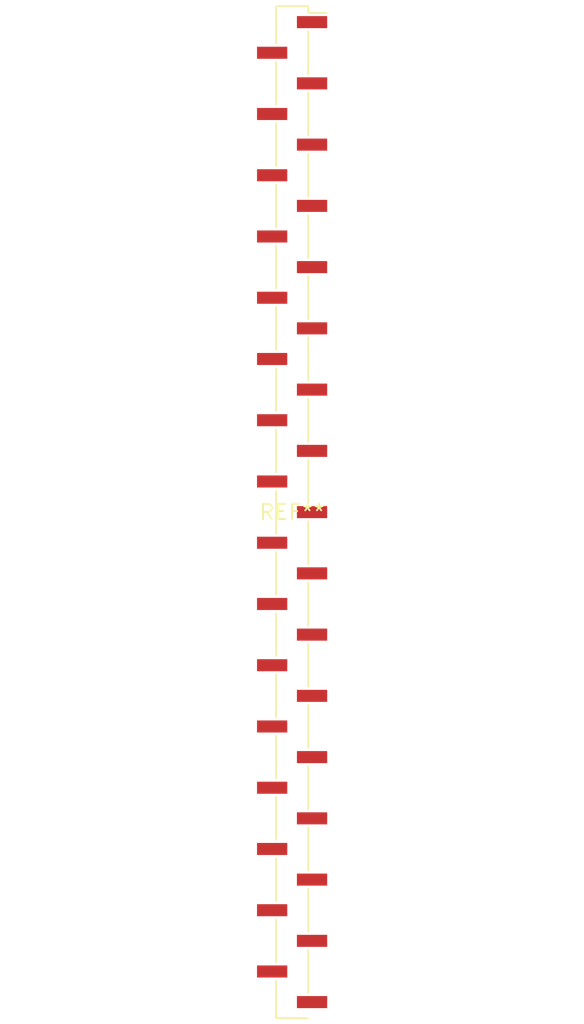
<source format=kicad_pcb>
(kicad_pcb (version 20240108) (generator pcbnew)
  (layers (0 "F.Cu" signal) (31 "B.Cu" signal) (34 "B.Paste" user) (35 "F.Paste" user) (36 "B.SilkS" user "B.Silkscreen") (37 "F.SilkS" user "F.Silkscreen") (38 "B.Mask" user) (39 "F.Mask" user) (44 "Edge.Cuts" user))
  (net 0 "")
  (footprint "PinHeader_1x33_P2.54mm_Vertical_SMD_Pin1Right" (layer "F.Cu") (at 0 0)
    (property "Reference" "REF**")
    (property "Value" "PinHeader_1x33_P2.54mm_Vertical_SMD_Pin1Right")
    (fp_line (start -1.33 -41.97) (end -1.33 -38.86) (layer "F.SilkS") (stroke (width 0.12)))
    (fp_line (start -1.33 -41.97) (end 1.33 -41.97) (layer "F.SilkS") (stroke (width 0.12)))
    (fp_line (start -1.33 -37.34) (end -1.33 -33.78) (layer "F.SilkS") (stroke (width 0.12)))
    (fp_line (start -1.33 -32.26) (end -1.33 -28.7) (layer "F.SilkS") (stroke (width 0.12)))
    (fp_line (start -1.33 -27.18) (end -1.33 -23.62) (layer "F.SilkS") (stroke (width 0.12)))
    (fp_line (start -1.33 -22.1) (end -1.33 -18.54) (layer "F.SilkS") (stroke (width 0.12)))
    (fp_line (start -1.33 -17.02) (end -1.33 -13.46) (layer "F.SilkS") (stroke (width 0.12)))
    (fp_line (start -1.33 -11.94) (end -1.33 -8.38) (layer "F.SilkS") (stroke (width 0.12)))
    (fp_line (start -1.33 -6.86) (end -1.33 -3.3) (layer "F.SilkS") (stroke (width 0.12)))
    (fp_line (start -1.33 -1.78) (end -1.33 1.78) (layer "F.SilkS") (stroke (width 0.12)))
    (fp_line (start -1.33 3.3) (end -1.33 6.86) (layer "F.SilkS") (stroke (width 0.12)))
    (fp_line (start -1.33 8.38) (end -1.33 11.94) (layer "F.SilkS") (stroke (width 0.12)))
    (fp_line (start -1.33 13.46) (end -1.33 17.02) (layer "F.SilkS") (stroke (width 0.12)))
    (fp_line (start -1.33 18.54) (end -1.33 22.1) (layer "F.SilkS") (stroke (width 0.12)))
    (fp_line (start -1.33 23.62) (end -1.33 27.18) (layer "F.SilkS") (stroke (width 0.12)))
    (fp_line (start -1.33 28.7) (end -1.33 32.26) (layer "F.SilkS") (stroke (width 0.12)))
    (fp_line (start -1.33 33.78) (end -1.33 37.34) (layer "F.SilkS") (stroke (width 0.12)))
    (fp_line (start -1.33 38.86) (end -1.33 41.97) (layer "F.SilkS") (stroke (width 0.12)))
    (fp_line (start -1.33 41.4) (end -1.33 41.97) (layer "F.SilkS") (stroke (width 0.12)))
    (fp_line (start -1.33 41.97) (end 1.33 41.97) (layer "F.SilkS") (stroke (width 0.12)))
    (fp_line (start 1.33 -41.97) (end 1.33 -41.4) (layer "F.SilkS") (stroke (width 0.12)))
    (fp_line (start 1.33 -41.4) (end 2.85 -41.4) (layer "F.SilkS") (stroke (width 0.12)))
    (fp_line (start 1.33 -39.88) (end 1.33 -36.32) (layer "F.SilkS") (stroke (width 0.12)))
    (fp_line (start 1.33 -34.8) (end 1.33 -31.24) (layer "F.SilkS") (stroke (width 0.12)))
    (fp_line (start 1.33 -29.72) (end 1.33 -26.16) (layer "F.SilkS") (stroke (width 0.12)))
    (fp_line (start 1.33 -24.64) (end 1.33 -21.08) (layer "F.SilkS") (stroke (width 0.12)))
    (fp_line (start 1.33 -19.56) (end 1.33 -16) (layer "F.SilkS") (stroke (width 0.12)))
    (fp_line (start 1.33 -14.48) (end 1.33 -10.92) (layer "F.SilkS") (stroke (width 0.12)))
    (fp_line (start 1.33 -9.4) (end 1.33 -5.84) (layer "F.SilkS") (stroke (width 0.12)))
    (fp_line (start 1.33 -4.32) (end 1.33 -0.76) (layer "F.SilkS") (stroke (width 0.12)))
    (fp_line (start 1.33 0.76) (end 1.33 4.32) (layer "F.SilkS") (stroke (width 0.12)))
    (fp_line (start 1.33 5.84) (end 1.33 9.4) (layer "F.SilkS") (stroke (width 0.12)))
    (fp_line (start 1.33 10.92) (end 1.33 14.48) (layer "F.SilkS") (stroke (width 0.12)))
    (fp_line (start 1.33 16) (end 1.33 19.56) (layer "F.SilkS") (stroke (width 0.12)))
    (fp_line (start 1.33 21.08) (end 1.33 24.64) (layer "F.SilkS") (stroke (width 0.12)))
    (fp_line (start 1.33 26.16) (end 1.33 29.72) (layer "F.SilkS") (stroke (width 0.12)))
    (fp_line (start 1.33 31.24) (end 1.33 34.8) (layer "F.SilkS") (stroke (width 0.12)))
    (fp_line (start 1.33 36.32) (end 1.33 39.88) (layer "F.SilkS") (stroke (width 0.12)))
    (pad "1" smd rect (at 1.655 -40.64) (size 2.51 1) (layers "F.Cu" "F.Paste" "F.Mask"))
    (pad "2" smd rect (at -1.655 -38.1) (size 2.51 1) (layers "F.Cu" "F.Paste" "F.Mask"))
    (pad "3" smd rect (at 1.655 -35.56) (size 2.51 1) (layers "F.Cu" "F.Paste" "F.Mask"))
    (pad "4" smd rect (at -1.655 -33.02) (size 2.51 1) (layers "F.Cu" "F.Paste" "F.Mask"))
    (pad "5" smd rect (at 1.655 -30.48) (size 2.51 1) (layers "F.Cu" "F.Paste" "F.Mask"))
    (pad "6" smd rect (at -1.655 -27.94) (size 2.51 1) (layers "F.Cu" "F.Paste" "F.Mask"))
    (pad "7" smd rect (at 1.655 -25.4) (size 2.51 1) (layers "F.Cu" "F.Paste" "F.Mask"))
    (pad "8" smd rect (at -1.655 -22.86) (size 2.51 1) (layers "F.Cu" "F.Paste" "F.Mask"))
    (pad "9" smd rect (at 1.655 -20.32) (size 2.51 1) (layers "F.Cu" "F.Paste" "F.Mask"))
    (pad "10" smd rect (at -1.655 -17.78) (size 2.51 1) (layers "F.Cu" "F.Paste" "F.Mask"))
    (pad "11" smd rect (at 1.655 -15.24) (size 2.51 1) (layers "F.Cu" "F.Paste" "F.Mask"))
    (pad "12" smd rect (at -1.655 -12.7) (size 2.51 1) (layers "F.Cu" "F.Paste" "F.Mask"))
    (pad "13" smd rect (at 1.655 -10.16) (size 2.51 1) (layers "F.Cu" "F.Paste" "F.Mask"))
    (pad "14" smd rect (at -1.655 -7.62) (size 2.51 1) (layers "F.Cu" "F.Paste" "F.Mask"))
    (pad "15" smd rect (at 1.655 -5.08) (size 2.51 1) (layers "F.Cu" "F.Paste" "F.Mask"))
    (pad "16" smd rect (at -1.655 -2.54) (size 2.51 1) (layers "F.Cu" "F.Paste" "F.Mask"))
    (pad "17" smd rect (at 1.655 0) (size 2.51 1) (layers "F.Cu" "F.Paste" "F.Mask"))
    (pad "18" smd rect (at -1.655 2.54) (size 2.51 1) (layers "F.Cu" "F.Paste" "F.Mask"))
    (pad "19" smd rect (at 1.655 5.08) (size 2.51 1) (layers "F.Cu" "F.Paste" "F.Mask"))
    (pad "20" smd rect (at -1.655 7.62) (size 2.51 1) (layers "F.Cu" "F.Paste" "F.Mask"))
    (pad "21" smd rect (at 1.655 10.16) (size 2.51 1) (layers "F.Cu" "F.Paste" "F.Mask"))
    (pad "22" smd rect (at -1.655 12.7) (size 2.51 1) (layers "F.Cu" "F.Paste" "F.Mask"))
    (pad "23" smd rect (at 1.655 15.24) (size 2.51 1) (layers "F.Cu" "F.Paste" "F.Mask"))
    (pad "24" smd rect (at -1.655 17.78) (size 2.51 1) (layers "F.Cu" "F.Paste" "F.Mask"))
    (pad "25" smd rect (at 1.655 20.32) (size 2.51 1) (layers "F.Cu" "F.Paste" "F.Mask"))
    (pad "26" smd rect (at -1.655 22.86) (size 2.51 1) (layers "F.Cu" "F.Paste" "F.Mask"))
    (pad "27" smd rect (at 1.655 25.4) (size 2.51 1) (layers "F.Cu" "F.Paste" "F.Mask"))
    (pad "28" smd rect (at -1.655 27.94) (size 2.51 1) (layers "F.Cu" "F.Paste" "F.Mask"))
    (pad "29" smd rect (at 1.655 30.48) (size 2.51 1) (layers "F.Cu" "F.Paste" "F.Mask"))
    (pad "30" smd rect (at -1.655 33.02) (size 2.51 1) (layers "F.Cu" "F.Paste" "F.Mask"))
    (pad "31" smd rect (at 1.655 35.56) (size 2.51 1) (layers "F.Cu" "F.Paste" "F.Mask"))
    (pad "32" smd rect (at -1.655 38.1) (size 2.51 1) (layers "F.Cu" "F.Paste" "F.Mask"))
    (pad "33" smd rect (at 1.655 40.64) (size 2.51 1) (layers "F.Cu" "F.Paste" "F.Mask"))
  )
)
</source>
